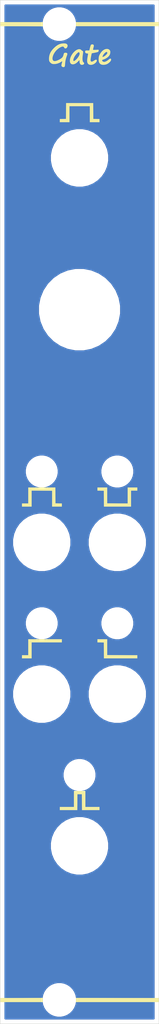
<source format=kicad_pcb>
(kicad_pcb (version 20171130) (host pcbnew "(5.1.10)-1")

  (general
    (thickness 1.6)
    (drawings 4)
    (tracks 0)
    (zones 0)
    (modules 15)
    (nets 1)
  )

  (page A4)
  (layers
    (0 F.Cu signal)
    (31 B.Cu signal)
    (32 B.Adhes user)
    (33 F.Adhes user)
    (34 B.Paste user)
    (35 F.Paste user)
    (36 B.SilkS user)
    (37 F.SilkS user)
    (38 B.Mask user)
    (39 F.Mask user)
    (40 Dwgs.User user hide)
    (41 Cmts.User user)
    (42 Eco1.User user)
    (43 Eco2.User user)
    (44 Edge.Cuts user)
    (45 Margin user)
    (46 B.CrtYd user)
    (47 F.CrtYd user)
    (48 B.Fab user)
    (49 F.Fab user)
  )

  (setup
    (last_trace_width 0.25)
    (trace_clearance 0.2)
    (zone_clearance 0.508)
    (zone_45_only no)
    (trace_min 0.2)
    (via_size 0.8)
    (via_drill 0.4)
    (via_min_size 0.4)
    (via_min_drill 0.3)
    (uvia_size 0.3)
    (uvia_drill 0.1)
    (uvias_allowed no)
    (uvia_min_size 0.2)
    (uvia_min_drill 0.1)
    (edge_width 0.05)
    (segment_width 0.2)
    (pcb_text_width 0.3)
    (pcb_text_size 1.5 1.5)
    (mod_edge_width 0.12)
    (mod_text_size 1 1)
    (mod_text_width 0.15)
    (pad_size 1.524 1.524)
    (pad_drill 0.762)
    (pad_to_mask_clearance 0)
    (aux_axis_origin 0 0)
    (visible_elements 7EFFFFFF)
    (pcbplotparams
      (layerselection 0x010a8_7fffffff)
      (usegerberextensions true)
      (usegerberattributes false)
      (usegerberadvancedattributes true)
      (creategerberjobfile false)
      (excludeedgelayer true)
      (linewidth 0.100000)
      (plotframeref false)
      (viasonmask false)
      (mode 1)
      (useauxorigin false)
      (hpglpennumber 1)
      (hpglpenspeed 20)
      (hpglpendiameter 15.000000)
      (psnegative false)
      (psa4output false)
      (plotreference true)
      (plotvalue true)
      (plotinvisibletext false)
      (padsonsilk false)
      (subtractmaskfromsilk false)
      (outputformat 1)
      (mirror false)
      (drillshape 0)
      (scaleselection 1)
      (outputdirectory "Gerber/"))
  )

  (net 0 "")

  (net_class Default "This is the default net class."
    (clearance 0.2)
    (trace_width 0.25)
    (via_dia 0.8)
    (via_drill 0.4)
    (uvia_dia 0.3)
    (uvia_drill 0.1)
  )

  (module Front:Bohrung_3.0mm locked (layer F.Cu) (tedit 60E3EDE5) (tstamp 61FAFA8C)
    (at 10 97.27)
    (fp_text reference "" (at 0 0) (layer F.SilkS)
      (effects (font (size 1.27 1.27) (thickness 0.15)))
    )
    (fp_text value "" (at 0 0) (layer F.SilkS)
      (effects (font (size 1.27 1.27) (thickness 0.15)))
    )
    (pad "" np_thru_hole circle (at 0 0) (size 3 3) (drill 3) (layers *.Cu *.Mask))
  )

  (module Front:Bohrung_3.0mm locked (layer F.Cu) (tedit 60E3EDE5) (tstamp 61FAFA84)
    (at 14.763 78.22)
    (fp_text reference "" (at 0 0) (layer F.SilkS)
      (effects (font (size 1.27 1.27) (thickness 0.15)))
    )
    (fp_text value "" (at 0 0) (layer F.SilkS)
      (effects (font (size 1.27 1.27) (thickness 0.15)))
    )
    (pad "" np_thru_hole circle (at 0 0) (size 3 3) (drill 3) (layers *.Cu *.Mask))
  )

  (module Front:Bohrung_3.0mm locked (layer F.Cu) (tedit 60E3EDE5) (tstamp 61FAFA7C)
    (at 5.238 78.22)
    (fp_text reference "" (at 0 0) (layer F.SilkS)
      (effects (font (size 1.27 1.27) (thickness 0.15)))
    )
    (fp_text value "" (at 0 0) (layer F.SilkS)
      (effects (font (size 1.27 1.27) (thickness 0.15)))
    )
    (pad "" np_thru_hole circle (at 0 0) (size 3 3) (drill 3) (layers *.Cu *.Mask))
  )

  (module Front:Bohrung_3.0mm locked (layer F.Cu) (tedit 60E3EDE5) (tstamp 61FAFA74)
    (at 14.763 59.17)
    (fp_text reference "" (at 0 0) (layer F.SilkS)
      (effects (font (size 1.27 1.27) (thickness 0.15)))
    )
    (fp_text value "" (at 0 0) (layer F.SilkS)
      (effects (font (size 1.27 1.27) (thickness 0.15)))
    )
    (pad "" np_thru_hole circle (at 0 0) (size 3 3) (drill 3) (layers *.Cu *.Mask))
  )

  (module Front:Bohrung_3.0mm locked (layer F.Cu) (tedit 60E3EDE5) (tstamp 61FAFA72)
    (at 5.238 59.17)
    (fp_text reference "" (at 0 0) (layer F.SilkS)
      (effects (font (size 1.27 1.27) (thickness 0.15)))
    )
    (fp_text value "" (at 0 0) (layer F.SilkS)
      (effects (font (size 1.27 1.27) (thickness 0.15)))
    )
    (pad "" np_thru_hole circle (at 0 0) (size 3 3) (drill 3) (layers *.Cu *.Mask))
  )

  (module Front:Bohrung_9.2mm locked (layer F.Cu) (tedit 60E3EDE5) (tstamp 61FAFA55)
    (at 10 38.85)
    (fp_text reference "" (at 0 0) (layer F.SilkS)
      (effects (font (size 1.27 1.27) (thickness 0.15)))
    )
    (fp_text value "" (at 0 0) (layer F.SilkS)
      (effects (font (size 1.27 1.27) (thickness 0.15)))
    )
    (pad "" np_thru_hole circle (at 0 0) (size 9.2 9.2) (drill 9.2) (layers *.Cu *.Mask))
  )

  (module Front:Bohrung_6.2mm locked (layer F.Cu) (tedit 60E3EDE5) (tstamp 61FAF9D3)
    (at 10 106.16)
    (fp_text reference "" (at 0 0) (layer F.SilkS)
      (effects (font (size 1.27 1.27) (thickness 0.15)))
    )
    (fp_text value "" (at 0 0) (layer F.SilkS)
      (effects (font (size 1.27 1.27) (thickness 0.15)))
    )
    (pad "" np_thru_hole circle (at 0 0) (size 6.2 6.2) (drill 6.2) (layers *.Cu *.Mask))
  )

  (module Front:Bohrung_6.2mm locked (layer F.Cu) (tedit 60E3EDE5) (tstamp 61FAF9CB)
    (at 14.763 87.11)
    (fp_text reference "" (at 0 0) (layer F.SilkS)
      (effects (font (size 1.27 1.27) (thickness 0.15)))
    )
    (fp_text value "" (at 0 0) (layer F.SilkS)
      (effects (font (size 1.27 1.27) (thickness 0.15)))
    )
    (pad "" np_thru_hole circle (at 0 0) (size 6.2 6.2) (drill 6.2) (layers *.Cu *.Mask))
  )

  (module Front:Bohrung_6.2mm locked (layer F.Cu) (tedit 60E3EDE5) (tstamp 61FAF9C3)
    (at 5.238 87.11)
    (fp_text reference "" (at 0 0) (layer F.SilkS)
      (effects (font (size 1.27 1.27) (thickness 0.15)))
    )
    (fp_text value "" (at 0 0) (layer F.SilkS)
      (effects (font (size 1.27 1.27) (thickness 0.15)))
    )
    (pad "" np_thru_hole circle (at 0 0) (size 6.2 6.2) (drill 6.2) (layers *.Cu *.Mask))
  )

  (module Front:Bohrung_6.2mm locked (layer F.Cu) (tedit 60E3EDE5) (tstamp 61FAF9BB)
    (at 14.763 68.06)
    (fp_text reference "" (at 0 0) (layer F.SilkS)
      (effects (font (size 1.27 1.27) (thickness 0.15)))
    )
    (fp_text value "" (at 0 0) (layer F.SilkS)
      (effects (font (size 1.27 1.27) (thickness 0.15)))
    )
    (pad "" np_thru_hole circle (at 0 0) (size 6.2 6.2) (drill 6.2) (layers *.Cu *.Mask))
  )

  (module Front:Bohrung_6.2mm locked (layer F.Cu) (tedit 60E3EDE5) (tstamp 61FAF9B3)
    (at 5.238 68.06)
    (fp_text reference "" (at 0 0) (layer F.SilkS)
      (effects (font (size 1.27 1.27) (thickness 0.15)))
    )
    (fp_text value "" (at 0 0) (layer F.SilkS)
      (effects (font (size 1.27 1.27) (thickness 0.15)))
    )
    (pad "" np_thru_hole circle (at 0 0) (size 6.2 6.2) (drill 6.2) (layers *.Cu *.Mask))
  )

  (module Front:Bohrung_6.2mm locked (layer F.Cu) (tedit 60E3EDE5) (tstamp 61FAF9B1)
    (at 10 19.8)
    (fp_text reference "" (at 0 0) (layer F.SilkS)
      (effects (font (size 1.27 1.27) (thickness 0.15)))
    )
    (fp_text value "" (at 0 0) (layer F.SilkS)
      (effects (font (size 1.27 1.27) (thickness 0.15)))
    )
    (pad "" np_thru_hole circle (at 0 0) (size 6.2 6.2) (drill 6.2) (layers *.Cu *.Mask))
  )

  (module Front:Bohrung_3.2mm locked (layer F.Cu) (tedit 60E3EDE5) (tstamp 61FAF961)
    (at 7.45 125.5)
    (fp_text reference "" (at 0 0) (layer F.SilkS)
      (effects (font (size 1.27 1.27) (thickness 0.15)))
    )
    (fp_text value "" (at 0 0) (layer F.SilkS)
      (effects (font (size 1.27 1.27) (thickness 0.15)))
    )
    (pad "" np_thru_hole circle (at 0 0) (size 3.2 3.2) (drill 3.2) (layers *.Cu *.Mask))
  )

  (module Front:Bohrung_3.2mm locked (layer F.Cu) (tedit 60E3EDE5) (tstamp 61FAF95F)
    (at 7.45 3)
    (fp_text reference "" (at 0 0) (layer F.SilkS)
      (effects (font (size 1.27 1.27) (thickness 0.15)))
    )
    (fp_text value "" (at 0 0) (layer F.SilkS)
      (effects (font (size 1.27 1.27) (thickness 0.15)))
    )
    (pad "" np_thru_hole circle (at 0 0) (size 3.2 3.2) (drill 3.2) (layers *.Cu *.Mask))
  )

  (module Front:Front locked (layer F.Cu) (tedit 0) (tstamp 61FAF8E5)
    (at 10 64.25)
    (fp_text reference G*** (at 0 0) (layer Dwgs.User) hide
      (effects (font (size 1.524 1.524) (thickness 0.3)))
    )
    (fp_text value LOGO (at 0.75 0) (layer Dwgs.User) hide
      (effects (font (size 1.524 1.524) (thickness 0.3)))
    )
    (fp_poly (pts (xy 10.018889 -60.988222) (xy -0.451555 -60.988222) (xy -0.451555 -61.496222) (xy 10.018889 -61.496222)
      (xy 10.018889 -60.988222)) (layer F.SilkS) (width 0.01))
    (fp_poly (pts (xy -4.628444 -61.228111) (xy -4.629129 -61.113867) (xy -4.630972 -61.025383) (xy -4.633651 -60.974497)
      (xy -4.6355 -60.96691) (xy -4.664102 -60.967977) (xy -4.745254 -60.969145) (xy -4.875059 -60.970395)
      (xy -5.049623 -60.971705) (xy -5.265049 -60.973055) (xy -5.517443 -60.974424) (xy -5.802909 -60.975791)
      (xy -6.117553 -60.977136) (xy -6.457478 -60.978439) (xy -6.818789 -60.979677) (xy -7.197591 -60.980831)
      (xy -7.316611 -60.981165) (xy -9.990666 -60.988508) (xy -9.990666 -61.496222) (xy -4.628444 -61.496222)
      (xy -4.628444 -61.228111)) (layer F.SilkS) (width 0.01))
    (fp_poly (pts (xy 3.645964 -58.097029) (xy 3.763096 -58.02056) (xy 3.802181 -57.976808) (xy 3.847605 -57.908415)
      (xy 3.870516 -57.841699) (xy 3.877315 -57.753014) (xy 3.876851 -57.700911) (xy 3.854107 -57.526548)
      (xy 3.790066 -57.369893) (xy 3.679 -57.218962) (xy 3.614207 -57.151717) (xy 3.458434 -57.025272)
      (xy 3.271726 -56.912503) (xy 3.079585 -56.828108) (xy 3.019778 -56.809115) (xy 2.915804 -56.775432)
      (xy 2.858449 -56.743198) (xy 2.838565 -56.705146) (xy 2.842717 -56.668503) (xy 2.888997 -56.591611)
      (xy 2.972591 -56.532205) (xy 3.074615 -56.502511) (xy 3.101195 -56.501164) (xy 3.224444 -56.522378)
      (xy 3.367626 -56.580613) (xy 3.515637 -56.668634) (xy 3.621125 -56.750188) (xy 3.728433 -56.838812)
      (xy 3.806934 -56.891743) (xy 3.866647 -56.91426) (xy 3.917588 -56.911641) (xy 3.923955 -56.909772)
      (xy 3.966 -56.869983) (xy 3.979477 -56.796552) (xy 3.963479 -56.705039) (xy 3.939214 -56.647654)
      (xy 3.86826 -56.54794) (xy 3.76172 -56.43968) (xy 3.635742 -56.336911) (xy 3.50647 -56.253669)
      (xy 3.457781 -56.229131) (xy 3.301492 -56.175871) (xy 3.126985 -56.145377) (xy 2.954199 -56.139239)
      (xy 2.803073 -56.15905) (xy 2.756854 -56.173195) (xy 2.635533 -56.233658) (xy 2.543848 -56.320016)
      (xy 2.473497 -56.430333) (xy 2.438009 -56.534085) (xy 2.416568 -56.675674) (xy 2.409365 -56.83822)
      (xy 2.416596 -57.004842) (xy 2.435749 -57.139636) (xy 2.888762 -57.139636) (xy 2.914018 -57.124141)
      (xy 2.975739 -57.138508) (xy 3.068656 -57.177233) (xy 3.168599 -57.235308) (xy 3.275502 -57.31747)
      (xy 3.375225 -57.410566) (xy 3.453624 -57.501447) (xy 3.495669 -57.574313) (xy 3.509312 -57.645868)
      (xy 3.485034 -57.703864) (xy 3.474699 -57.717296) (xy 3.440164 -57.754831) (xy 3.40729 -57.76338)
      (xy 3.354425 -57.744624) (xy 3.321437 -57.729191) (xy 3.215632 -57.657263) (xy 3.106509 -57.546921)
      (xy 3.006483 -57.413956) (xy 2.927972 -57.274162) (xy 2.893807 -57.185277) (xy 2.888762 -57.139636)
      (xy 2.435749 -57.139636) (xy 2.438453 -57.158659) (xy 2.464065 -57.254051) (xy 2.538012 -57.419598)
      (xy 2.643858 -57.596253) (xy 2.767507 -57.762404) (xy 2.86473 -57.868371) (xy 3.019048 -57.992331)
      (xy 3.182732 -58.078148) (xy 3.34738 -58.124851) (xy 3.504592 -58.131469) (xy 3.645964 -58.097029)) (layer F.SilkS) (width 0.01))
    (fp_poly (pts (xy 1.691603 -58.693463) (xy 1.744807 -58.65969) (xy 1.768911 -58.627962) (xy 1.791381 -58.58927)
      (xy 1.80148 -58.550709) (xy 1.79861 -58.498264) (xy 1.782173 -58.417921) (xy 1.755359 -58.310462)
      (xy 1.727475 -58.197948) (xy 1.706078 -58.104963) (xy 1.694436 -58.046009) (xy 1.693241 -58.034926)
      (xy 1.711742 -58.021042) (xy 1.770585 -58.013626) (xy 1.874928 -58.012421) (xy 2.02993 -58.017173)
      (xy 2.04207 -58.017691) (xy 2.390806 -58.032751) (xy 2.404895 -57.959047) (xy 2.403747 -57.876842)
      (xy 2.386953 -57.821092) (xy 2.364104 -57.789762) (xy 2.324553 -57.762404) (xy 2.260774 -57.73663)
      (xy 2.165243 -57.710054) (xy 2.030437 -57.68029) (xy 1.848829 -57.644952) (xy 1.806783 -57.637108)
      (xy 1.539232 -57.587444) (xy 1.491315 -57.38073) (xy 1.463607 -57.248931) (xy 1.434811 -57.092334)
      (xy 1.410627 -56.942175) (xy 1.408128 -56.92482) (xy 1.392075 -56.802853) (xy 1.386076 -56.722023)
      (xy 1.390794 -56.66781) (xy 1.40689 -56.625695) (xy 1.422982 -56.599125) (xy 1.464801 -56.548564)
      (xy 1.513818 -56.533117) (xy 1.576073 -56.539335) (xy 1.652875 -56.564532) (xy 1.751251 -56.613704)
      (xy 1.84003 -56.669578) (xy 1.968514 -56.747154) (xy 2.069199 -56.779684) (xy 2.140225 -56.76679)
      (xy 2.168396 -56.736095) (xy 2.182508 -56.656564) (xy 2.151961 -56.561489) (xy 2.083238 -56.459213)
      (xy 1.982819 -56.358082) (xy 1.857187 -56.266439) (xy 1.763889 -56.215341) (xy 1.58773 -56.153136)
      (xy 1.413997 -56.133098) (xy 1.255888 -56.155956) (xy 1.18734 -56.183432) (xy 1.08834 -56.252672)
      (xy 1.018106 -56.3477) (xy 0.975767 -56.473373) (xy 0.960453 -56.634545) (xy 0.971294 -56.836071)
      (xy 1.007418 -57.082807) (xy 1.016877 -57.134186) (xy 1.04766 -57.296209) (xy 1.068077 -57.410846)
      (xy 1.077136 -57.486372) (xy 1.073845 -57.531062) (xy 1.05721 -57.55319) (xy 1.026241 -57.561031)
      (xy 0.979944 -57.56286) (xy 0.965412 -57.563366) (xy 0.834236 -57.584431) (xy 0.749642 -57.635756)
      (xy 0.709591 -57.71893) (xy 0.705556 -57.765895) (xy 0.711446 -57.843825) (xy 0.735539 -57.894609)
      (xy 0.787469 -57.92386) (xy 0.876868 -57.937191) (xy 1.004746 -57.940222) (xy 1.236202 -57.940222)
      (xy 1.316601 -58.271635) (xy 1.35269 -58.407894) (xy 1.38948 -58.525418) (xy 1.422711 -58.611697)
      (xy 1.446389 -58.652635) (xy 1.518174 -58.690583) (xy 1.608016 -58.702222) (xy 1.691603 -58.693463)) (layer F.SilkS) (width 0.01))
    (fp_poly (pts (xy 0.129168 -58.067325) (xy 0.207632 -58.010486) (xy 0.223346 -57.9871) (xy 0.274358 -57.933578)
      (xy 0.34766 -57.896124) (xy 0.397773 -57.873526) (xy 0.43014 -57.835214) (xy 0.445828 -57.77295)
      (xy 0.445907 -57.678498) (xy 0.431443 -57.543618) (xy 0.411062 -57.406998) (xy 0.378452 -57.149722)
      (xy 0.366872 -56.92503) (xy 0.375911 -56.737264) (xy 0.405154 -56.590766) (xy 0.45419 -56.489878)
      (xy 0.502291 -56.4475) (xy 0.56603 -56.388559) (xy 0.578827 -56.305919) (xy 0.573038 -56.276703)
      (xy 0.528945 -56.209161) (xy 0.448048 -56.161745) (xy 0.347318 -56.13742) (xy 0.243723 -56.139149)
      (xy 0.154233 -56.169899) (xy 0.119689 -56.1975) (xy 0.047739 -56.302762) (xy 0.009325 -56.434747)
      (xy 0 -56.573281) (xy -0.002508 -56.657734) (xy -0.00897 -56.713444) (xy -0.015077 -56.726666)
      (xy -0.039849 -56.707449) (xy -0.093043 -56.656148) (xy -0.164942 -56.582288) (xy -0.196566 -56.548772)
      (xy -0.382287 -56.378435) (xy -0.568306 -56.26431) (xy -0.755022 -56.206165) (xy -0.797907 -56.200704)
      (xy -0.949662 -56.208142) (xy -1.068466 -56.260989) (xy -1.153276 -56.358093) (xy -1.203047 -56.498301)
      (xy -1.217001 -56.663266) (xy -1.214822 -56.682129) (xy -0.787296 -56.682129) (xy -0.757882 -56.620949)
      (xy -0.707416 -56.608404) (xy -0.629347 -56.638151) (xy -0.529154 -56.706748) (xy -0.412318 -56.810754)
      (xy -0.34358 -56.881128) (xy -0.210915 -57.041102) (xy -0.100372 -57.210094) (xy -0.020874 -57.373095)
      (xy 0.012488 -57.479956) (xy 0.013372 -57.578358) (xy -0.019387 -57.668593) (xy -0.066056 -57.719439)
      (xy -0.118461 -57.72181) (xy -0.193133 -57.683015) (xy -0.283168 -57.610212) (xy -0.381667 -57.51056)
      (xy -0.481727 -57.391217) (xy -0.576448 -57.259342) (xy -0.658929 -57.122093) (xy -0.678799 -57.083858)
      (xy -0.749219 -56.92139) (xy -0.785701 -56.785623) (xy -0.787296 -56.682129) (xy -1.214822 -56.682129)
      (xy -1.192745 -56.873176) (xy -1.127328 -57.089667) (xy -1.02708 -57.304517) (xy -0.898332 -57.509505)
      (xy -0.747415 -57.696411) (xy -0.580659 -57.857012) (xy -0.404395 -57.983089) (xy -0.224954 -58.06642)
      (xy -0.116158 -58.092821) (xy 0.016736 -58.096172) (xy 0.129168 -58.067325)) (layer F.SilkS) (width 0.01))
    (fp_poly (pts (xy -1.853676 -58.821949) (xy -1.732634 -58.803136) (xy -1.642636 -58.765026) (xy -1.571553 -58.703625)
      (xy -1.544088 -58.669481) (xy -1.505132 -58.571266) (xy -1.516036 -58.45391) (xy -1.576073 -58.323313)
      (xy -1.589095 -58.303209) (xy -1.648455 -58.23476) (xy -1.719129 -58.204622) (xy -1.757689 -58.199577)
      (xy -1.828757 -58.199531) (xy -1.874327 -58.223449) (xy -1.91779 -58.284472) (xy -1.922277 -58.292028)
      (xy -1.972475 -58.363288) (xy -2.022446 -58.413688) (xy -2.032907 -58.420485) (xy -2.119805 -58.437315)
      (xy -2.235742 -58.416363) (xy -2.372582 -58.36232) (xy -2.522189 -58.27988) (xy -2.676427 -58.173734)
      (xy -2.827161 -58.048573) (xy -2.966254 -57.90909) (xy -3.012507 -57.855555) (xy -3.15055 -57.669134)
      (xy -3.26089 -57.479941) (xy -3.342421 -57.294198) (xy -3.394041 -57.118124) (xy -3.414644 -56.957942)
      (xy -3.403125 -56.81987) (xy -3.358382 -56.71013) (xy -3.279308 -56.634942) (xy -3.232885 -56.614253)
      (xy -3.116807 -56.601199) (xy -2.966894 -56.624505) (xy -2.790745 -56.682204) (xy -2.595963 -56.772327)
      (xy -2.570978 -56.785615) (xy -2.395779 -56.885286) (xy -2.264624 -56.975068) (xy -2.168744 -57.064987)
      (xy -2.09937 -57.165068) (xy -2.04773 -57.285337) (xy -2.00616 -57.431296) (xy -1.979442 -57.530706)
      (xy -1.954243 -57.589007) (xy -1.921325 -57.620503) (xy -1.871707 -57.63942) (xy -1.779678 -57.651834)
      (xy -1.682069 -57.646275) (xy -1.679908 -57.645879) (xy -1.588568 -57.611784) (xy -1.543381 -57.550078)
      (xy -1.542749 -57.456934) (xy -1.566634 -57.374557) (xy -1.661657 -57.101207) (xy -1.731686 -56.860185)
      (xy -1.780414 -56.635203) (xy -1.811532 -56.409976) (xy -1.825438 -56.232777) (xy -1.837652 -56.07779)
      (xy -1.856555 -55.97076) (xy -1.886854 -55.903236) (xy -1.933257 -55.866766) (xy -2.000472 -55.852897)
      (xy -2.037657 -55.851777) (xy -2.141761 -55.869187) (xy -2.216727 -55.92105) (xy -2.256992 -55.969345)
      (xy -2.278015 -56.022353) (xy -2.280179 -56.092303) (xy -2.263865 -56.191421) (xy -2.229555 -56.331555)
      (xy -2.196776 -56.459922) (xy -2.180466 -56.540485) (xy -2.182201 -56.579883) (xy -2.203556 -56.584757)
      (xy -2.246107 -56.561746) (xy -2.278944 -56.539727) (xy -2.527012 -56.396234) (xy -2.783833 -56.296356)
      (xy -3.040518 -56.242298) (xy -3.288177 -56.236263) (xy -3.424478 -56.255698) (xy -3.529496 -56.299426)
      (xy -3.639447 -56.379144) (xy -3.736858 -56.479035) (xy -3.804262 -56.583281) (xy -3.814661 -56.608988)
      (xy -3.841345 -56.738718) (xy -3.848623 -56.903919) (xy -3.837427 -57.087408) (xy -3.808688 -57.272002)
      (xy -3.770789 -57.418111) (xy -3.683821 -57.636881) (xy -3.564408 -57.844522) (xy -3.405546 -58.05159)
      (xy -3.218528 -58.250666) (xy -2.978769 -58.464575) (xy -2.743327 -58.626032) (xy -2.505948 -58.738031)
      (xy -2.26038 -58.803566) (xy -2.017889 -58.825457) (xy -1.853676 -58.821949)) (layer F.SilkS) (width 0.01))
    (fp_poly (pts (xy 1.72825 -50.341389) (xy 1.735667 -49.346555) (xy 2.123722 -49.338703) (xy 2.511778 -49.330851)
      (xy 2.511778 -48.937333) (xy 1.298222 -48.937333) (xy 1.298222 -50.941111) (xy -1.27 -50.941111)
      (xy -1.27 -48.937333) (xy -2.483555 -48.937333) (xy -2.483555 -49.330851) (xy -2.0955 -49.338703)
      (xy -1.707444 -49.346555) (xy -1.700028 -50.341389) (xy -1.692611 -51.336222) (xy 1.720834 -51.336222)
      (xy 1.72825 -50.341389)) (layer F.SilkS) (width 0.01))
    (fp_poly (pts (xy 3.485445 -1.086555) (xy 4.776611 -1.079215) (xy 6.067778 -1.071875) (xy 6.067778 -3.076222)
      (xy 7.281334 -3.076222) (xy 7.281334 -2.681111) (xy 6.491111 -2.681111) (xy 6.491111 -0.677333)
      (xy 3.076944 -0.677333) (xy 3.069528 -1.672166) (xy 3.062111 -2.667) (xy 2.659945 -2.67483)
      (xy 2.257778 -2.682661) (xy 2.257778 -3.076222) (xy 2.871611 -3.076228) (xy 3.485445 -3.076235)
      (xy 3.485445 -1.086555)) (layer F.SilkS) (width 0.01))
    (fp_poly (pts (xy -3.041305 -2.081389) (xy -3.033889 -1.086555) (xy -2.631722 -1.078725) (xy -2.229555 -1.070894)
      (xy -2.229555 -0.677333) (xy -2.843389 -0.677327) (xy -3.457222 -0.67732) (xy -3.457222 -2.667)
      (xy -4.748389 -2.67434) (xy -6.039555 -2.68168) (xy -6.039555 -0.677333) (xy -7.253111 -0.677333)
      (xy -7.253111 -1.072444) (xy -6.462889 -1.072444) (xy -6.462889 -3.076222) (xy -3.048722 -3.076222)
      (xy -3.041305 -2.081389)) (layer F.SilkS) (width 0.01))
    (fp_poly (pts (xy 3.485445 17.963445) (xy 5.383389 17.970699) (xy 7.281334 17.977953) (xy 7.281334 18.372667)
      (xy 3.076944 18.372667) (xy 3.069528 17.377834) (xy 3.062111 16.383) (xy 2.659945 16.37517)
      (xy 2.257778 16.367339) (xy 2.257778 15.973778) (xy 2.871611 15.973772) (xy 3.485445 15.973765)
      (xy 3.485445 17.963445)) (layer F.SilkS) (width 0.01))
    (fp_poly (pts (xy -2.229555 16.368889) (xy -6.039555 16.368889) (xy -6.039555 18.372667) (xy -7.253111 18.372667)
      (xy -7.253111 17.977556) (xy -6.462889 17.977556) (xy -6.462889 15.973778) (xy -2.229555 15.973778)
      (xy -2.229555 16.368889)) (layer F.SilkS) (width 0.01))
    (fp_poly (pts (xy 0.733778 37.027556) (xy 2.511778 37.027556) (xy 2.511778 37.422667) (xy 0.310445 37.422667)
      (xy 0.30989 37.345056) (xy 0.309559 37.29855) (xy 0.308881 37.202997) (xy 0.307907 37.065793)
      (xy 0.306692 36.894333) (xy 0.305285 36.696015) (xy 0.303742 36.478233) (xy 0.302834 36.350223)
      (xy 0.296334 35.433) (xy -0.268111 35.433) (xy -0.275528 36.427834) (xy -0.282944 37.422667)
      (xy -2.483555 37.422667) (xy -2.483555 37.027556) (xy -0.705555 37.027556) (xy -0.705555 35.023778)
      (xy 0.733778 35.023778) (xy 0.733778 37.027556)) (layer F.SilkS) (width 0.01))
    (fp_poly (pts (xy 4.783666 61.009537) (xy 10.018889 61.016741) (xy 10.018889 61.524445) (xy -0.451555 61.524445)
      (xy -0.451556 61.263389) (xy -0.451557 61.002334) (xy 4.783666 61.009537)) (layer F.SilkS) (width 0.01))
    (fp_poly (pts (xy -4.628442 61.263389) (xy -4.628444 61.524445) (xy -9.990666 61.524445) (xy -9.990666 61.01701)
      (xy -4.62844 61.002334) (xy -4.628442 61.263389)) (layer F.SilkS) (width 0.01))
  )

  (gr_line (start 0 128.5) (end 0 0) (layer Edge.Cuts) (width 0.05) (tstamp 61FAF80A))
  (gr_line (start 20 128.5) (end 0 128.5) (layer Edge.Cuts) (width 0.05))
  (gr_line (start 20 0) (end 20 128.5) (layer Edge.Cuts) (width 0.05))
  (gr_line (start 0 0) (end 20 0) (layer Edge.Cuts) (width 0.05))

  (zone (net 0) (net_name "") (layer F.Cu) (tstamp 0) (hatch edge 0.508)
    (connect_pads (clearance 0.508))
    (min_thickness 0.254)
    (fill yes (arc_segments 32) (thermal_gap 0.508) (thermal_bridge_width 0.508))
    (polygon
      (pts
        (xy 20 128.5) (xy 0 128.5) (xy 0 0) (xy 20 0)
      )
    )
    (filled_polygon
      (pts
        (xy 19.340001 127.84) (xy 0.66 127.84) (xy 0.66 125.279872) (xy 5.215 125.279872) (xy 5.215 125.720128)
        (xy 5.30089 126.151925) (xy 5.469369 126.558669) (xy 5.713962 126.924729) (xy 6.025271 127.236038) (xy 6.391331 127.480631)
        (xy 6.798075 127.64911) (xy 7.229872 127.735) (xy 7.670128 127.735) (xy 8.101925 127.64911) (xy 8.508669 127.480631)
        (xy 8.874729 127.236038) (xy 9.186038 126.924729) (xy 9.430631 126.558669) (xy 9.59911 126.151925) (xy 9.685 125.720128)
        (xy 9.685 125.279872) (xy 9.59911 124.848075) (xy 9.430631 124.441331) (xy 9.186038 124.075271) (xy 8.874729 123.763962)
        (xy 8.508669 123.519369) (xy 8.101925 123.35089) (xy 7.670128 123.265) (xy 7.229872 123.265) (xy 6.798075 123.35089)
        (xy 6.391331 123.519369) (xy 6.025271 123.763962) (xy 5.713962 124.075271) (xy 5.469369 124.441331) (xy 5.30089 124.848075)
        (xy 5.215 125.279872) (xy 0.66 125.279872) (xy 0.66 105.792135) (xy 6.265 105.792135) (xy 6.265 106.527865)
        (xy 6.408534 107.249459) (xy 6.690086 107.929186) (xy 7.098836 108.540924) (xy 7.619076 109.061164) (xy 8.230814 109.469914)
        (xy 8.910541 109.751466) (xy 9.632135 109.895) (xy 10.367865 109.895) (xy 11.089459 109.751466) (xy 11.769186 109.469914)
        (xy 12.380924 109.061164) (xy 12.901164 108.540924) (xy 13.309914 107.929186) (xy 13.591466 107.249459) (xy 13.735 106.527865)
        (xy 13.735 105.792135) (xy 13.591466 105.070541) (xy 13.309914 104.390814) (xy 12.901164 103.779076) (xy 12.380924 103.258836)
        (xy 11.769186 102.850086) (xy 11.089459 102.568534) (xy 10.367865 102.425) (xy 9.632135 102.425) (xy 8.910541 102.568534)
        (xy 8.230814 102.850086) (xy 7.619076 103.258836) (xy 7.098836 103.779076) (xy 6.690086 104.390814) (xy 6.408534 105.070541)
        (xy 6.265 105.792135) (xy 0.66 105.792135) (xy 0.66 97.059721) (xy 7.865 97.059721) (xy 7.865 97.480279)
        (xy 7.947047 97.892756) (xy 8.107988 98.281302) (xy 8.341637 98.630983) (xy 8.639017 98.928363) (xy 8.988698 99.162012)
        (xy 9.377244 99.322953) (xy 9.789721 99.405) (xy 10.210279 99.405) (xy 10.622756 99.322953) (xy 11.011302 99.162012)
        (xy 11.360983 98.928363) (xy 11.658363 98.630983) (xy 11.892012 98.281302) (xy 12.052953 97.892756) (xy 12.135 97.480279)
        (xy 12.135 97.059721) (xy 12.052953 96.647244) (xy 11.892012 96.258698) (xy 11.658363 95.909017) (xy 11.360983 95.611637)
        (xy 11.011302 95.377988) (xy 10.622756 95.217047) (xy 10.210279 95.135) (xy 9.789721 95.135) (xy 9.377244 95.217047)
        (xy 8.988698 95.377988) (xy 8.639017 95.611637) (xy 8.341637 95.909017) (xy 8.107988 96.258698) (xy 7.947047 96.647244)
        (xy 7.865 97.059721) (xy 0.66 97.059721) (xy 0.66 86.742135) (xy 1.503 86.742135) (xy 1.503 87.477865)
        (xy 1.646534 88.199459) (xy 1.928086 88.879186) (xy 2.336836 89.490924) (xy 2.857076 90.011164) (xy 3.468814 90.419914)
        (xy 4.148541 90.701466) (xy 4.870135 90.845) (xy 5.605865 90.845) (xy 6.327459 90.701466) (xy 7.007186 90.419914)
        (xy 7.618924 90.011164) (xy 8.139164 89.490924) (xy 8.547914 88.879186) (xy 8.829466 88.199459) (xy 8.973 87.477865)
        (xy 8.973 86.742135) (xy 11.028 86.742135) (xy 11.028 87.477865) (xy 11.171534 88.199459) (xy 11.453086 88.879186)
        (xy 11.861836 89.490924) (xy 12.382076 90.011164) (xy 12.993814 90.419914) (xy 13.673541 90.701466) (xy 14.395135 90.845)
        (xy 15.130865 90.845) (xy 15.852459 90.701466) (xy 16.532186 90.419914) (xy 17.143924 90.011164) (xy 17.664164 89.490924)
        (xy 18.072914 88.879186) (xy 18.354466 88.199459) (xy 18.498 87.477865) (xy 18.498 86.742135) (xy 18.354466 86.020541)
        (xy 18.072914 85.340814) (xy 17.664164 84.729076) (xy 17.143924 84.208836) (xy 16.532186 83.800086) (xy 15.852459 83.518534)
        (xy 15.130865 83.375) (xy 14.395135 83.375) (xy 13.673541 83.518534) (xy 12.993814 83.800086) (xy 12.382076 84.208836)
        (xy 11.861836 84.729076) (xy 11.453086 85.340814) (xy 11.171534 86.020541) (xy 11.028 86.742135) (xy 8.973 86.742135)
        (xy 8.829466 86.020541) (xy 8.547914 85.340814) (xy 8.139164 84.729076) (xy 7.618924 84.208836) (xy 7.007186 83.800086)
        (xy 6.327459 83.518534) (xy 5.605865 83.375) (xy 4.870135 83.375) (xy 4.148541 83.518534) (xy 3.468814 83.800086)
        (xy 2.857076 84.208836) (xy 2.336836 84.729076) (xy 1.928086 85.340814) (xy 1.646534 86.020541) (xy 1.503 86.742135)
        (xy 0.66 86.742135) (xy 0.66 78.009721) (xy 3.103 78.009721) (xy 3.103 78.430279) (xy 3.185047 78.842756)
        (xy 3.345988 79.231302) (xy 3.579637 79.580983) (xy 3.877017 79.878363) (xy 4.226698 80.112012) (xy 4.615244 80.272953)
        (xy 5.027721 80.355) (xy 5.448279 80.355) (xy 5.860756 80.272953) (xy 6.249302 80.112012) (xy 6.598983 79.878363)
        (xy 6.896363 79.580983) (xy 7.130012 79.231302) (xy 7.290953 78.842756) (xy 7.373 78.430279) (xy 7.373 78.009721)
        (xy 12.628 78.009721) (xy 12.628 78.430279) (xy 12.710047 78.842756) (xy 12.870988 79.231302) (xy 13.104637 79.580983)
        (xy 13.402017 79.878363) (xy 13.751698 80.112012) (xy 14.140244 80.272953) (xy 14.552721 80.355) (xy 14.973279 80.355)
        (xy 15.385756 80.272953) (xy 15.774302 80.112012) (xy 16.123983 79.878363) (xy 16.421363 79.580983) (xy 16.655012 79.231302)
        (xy 16.815953 78.842756) (xy 16.898 78.430279) (xy 16.898 78.009721) (xy 16.815953 77.597244) (xy 16.655012 77.208698)
        (xy 16.421363 76.859017) (xy 16.123983 76.561637) (xy 15.774302 76.327988) (xy 15.385756 76.167047) (xy 14.973279 76.085)
        (xy 14.552721 76.085) (xy 14.140244 76.167047) (xy 13.751698 76.327988) (xy 13.402017 76.561637) (xy 13.104637 76.859017)
        (xy 12.870988 77.208698) (xy 12.710047 77.597244) (xy 12.628 78.009721) (xy 7.373 78.009721) (xy 7.290953 77.597244)
        (xy 7.130012 77.208698) (xy 6.896363 76.859017) (xy 6.598983 76.561637) (xy 6.249302 76.327988) (xy 5.860756 76.167047)
        (xy 5.448279 76.085) (xy 5.027721 76.085) (xy 4.615244 76.167047) (xy 4.226698 76.327988) (xy 3.877017 76.561637)
        (xy 3.579637 76.859017) (xy 3.345988 77.208698) (xy 3.185047 77.597244) (xy 3.103 78.009721) (xy 0.66 78.009721)
        (xy 0.66 67.692135) (xy 1.503 67.692135) (xy 1.503 68.427865) (xy 1.646534 69.149459) (xy 1.928086 69.829186)
        (xy 2.336836 70.440924) (xy 2.857076 70.961164) (xy 3.468814 71.369914) (xy 4.148541 71.651466) (xy 4.870135 71.795)
        (xy 5.605865 71.795) (xy 6.327459 71.651466) (xy 7.007186 71.369914) (xy 7.618924 70.961164) (xy 8.139164 70.440924)
        (xy 8.547914 69.829186) (xy 8.829466 69.149459) (xy 8.973 68.427865) (xy 8.973 67.692135) (xy 11.028 67.692135)
        (xy 11.028 68.427865) (xy 11.171534 69.149459) (xy 11.453086 69.829186) (xy 11.861836 70.440924) (xy 12.382076 70.961164)
        (xy 12.993814 71.369914) (xy 13.673541 71.651466) (xy 14.395135 71.795) (xy 15.130865 71.795) (xy 15.852459 71.651466)
        (xy 16.532186 71.369914) (xy 17.143924 70.961164) (xy 17.664164 70.440924) (xy 18.072914 69.829186) (xy 18.354466 69.149459)
        (xy 18.498 68.427865) (xy 18.498 67.692135) (xy 18.354466 66.970541) (xy 18.072914 66.290814) (xy 17.664164 65.679076)
        (xy 17.143924 65.158836) (xy 16.532186 64.750086) (xy 15.852459 64.468534) (xy 15.130865 64.325) (xy 14.395135 64.325)
        (xy 13.673541 64.468534) (xy 12.993814 64.750086) (xy 12.382076 65.158836) (xy 11.861836 65.679076) (xy 11.453086 66.290814)
        (xy 11.171534 66.970541) (xy 11.028 67.692135) (xy 8.973 67.692135) (xy 8.829466 66.970541) (xy 8.547914 66.290814)
        (xy 8.139164 65.679076) (xy 7.618924 65.158836) (xy 7.007186 64.750086) (xy 6.327459 64.468534) (xy 5.605865 64.325)
        (xy 4.870135 64.325) (xy 4.148541 64.468534) (xy 3.468814 64.750086) (xy 2.857076 65.158836) (xy 2.336836 65.679076)
        (xy 1.928086 66.290814) (xy 1.646534 66.970541) (xy 1.503 67.692135) (xy 0.66 67.692135) (xy 0.66 58.959721)
        (xy 3.103 58.959721) (xy 3.103 59.380279) (xy 3.185047 59.792756) (xy 3.345988 60.181302) (xy 3.579637 60.530983)
        (xy 3.877017 60.828363) (xy 4.226698 61.062012) (xy 4.615244 61.222953) (xy 5.027721 61.305) (xy 5.448279 61.305)
        (xy 5.860756 61.222953) (xy 6.249302 61.062012) (xy 6.598983 60.828363) (xy 6.896363 60.530983) (xy 7.130012 60.181302)
        (xy 7.290953 59.792756) (xy 7.373 59.380279) (xy 7.373 58.959721) (xy 12.628 58.959721) (xy 12.628 59.380279)
        (xy 12.710047 59.792756) (xy 12.870988 60.181302) (xy 13.104637 60.530983) (xy 13.402017 60.828363) (xy 13.751698 61.062012)
        (xy 14.140244 61.222953) (xy 14.552721 61.305) (xy 14.973279 61.305) (xy 15.385756 61.222953) (xy 15.774302 61.062012)
        (xy 16.123983 60.828363) (xy 16.421363 60.530983) (xy 16.655012 60.181302) (xy 16.815953 59.792756) (xy 16.898 59.380279)
        (xy 16.898 58.959721) (xy 16.815953 58.547244) (xy 16.655012 58.158698) (xy 16.421363 57.809017) (xy 16.123983 57.511637)
        (xy 15.774302 57.277988) (xy 15.385756 57.117047) (xy 14.973279 57.035) (xy 14.552721 57.035) (xy 14.140244 57.117047)
        (xy 13.751698 57.277988) (xy 13.402017 57.511637) (xy 13.104637 57.809017) (xy 12.870988 58.158698) (xy 12.710047 58.547244)
        (xy 12.628 58.959721) (xy 7.373 58.959721) (xy 7.290953 58.547244) (xy 7.130012 58.158698) (xy 6.896363 57.809017)
        (xy 6.598983 57.511637) (xy 6.249302 57.277988) (xy 5.860756 57.117047) (xy 5.448279 57.035) (xy 5.027721 57.035)
        (xy 4.615244 57.117047) (xy 4.226698 57.277988) (xy 3.877017 57.511637) (xy 3.579637 57.809017) (xy 3.345988 58.158698)
        (xy 3.185047 58.547244) (xy 3.103 58.959721) (xy 0.66 58.959721) (xy 0.66 38.334397) (xy 4.765 38.334397)
        (xy 4.765 39.365603) (xy 4.966178 40.376993) (xy 5.360803 41.329702) (xy 5.93371 42.187118) (xy 6.662882 42.91629)
        (xy 7.520298 43.489197) (xy 8.473007 43.883822) (xy 9.484397 44.085) (xy 10.515603 44.085) (xy 11.526993 43.883822)
        (xy 12.479702 43.489197) (xy 13.337118 42.91629) (xy 14.06629 42.187118) (xy 14.639197 41.329702) (xy 15.033822 40.376993)
        (xy 15.235 39.365603) (xy 15.235 38.334397) (xy 15.033822 37.323007) (xy 14.639197 36.370298) (xy 14.06629 35.512882)
        (xy 13.337118 34.78371) (xy 12.479702 34.210803) (xy 11.526993 33.816178) (xy 10.515603 33.615) (xy 9.484397 33.615)
        (xy 8.473007 33.816178) (xy 7.520298 34.210803) (xy 6.662882 34.78371) (xy 5.93371 35.512882) (xy 5.360803 36.370298)
        (xy 4.966178 37.323007) (xy 4.765 38.334397) (xy 0.66 38.334397) (xy 0.66 19.432135) (xy 6.265 19.432135)
        (xy 6.265 20.167865) (xy 6.408534 20.889459) (xy 6.690086 21.569186) (xy 7.098836 22.180924) (xy 7.619076 22.701164)
        (xy 8.230814 23.109914) (xy 8.910541 23.391466) (xy 9.632135 23.535) (xy 10.367865 23.535) (xy 11.089459 23.391466)
        (xy 11.769186 23.109914) (xy 12.380924 22.701164) (xy 12.901164 22.180924) (xy 13.309914 21.569186) (xy 13.591466 20.889459)
        (xy 13.735 20.167865) (xy 13.735 19.432135) (xy 13.591466 18.710541) (xy 13.309914 18.030814) (xy 12.901164 17.419076)
        (xy 12.380924 16.898836) (xy 11.769186 16.490086) (xy 11.089459 16.208534) (xy 10.367865 16.065) (xy 9.632135 16.065)
        (xy 8.910541 16.208534) (xy 8.230814 16.490086) (xy 7.619076 16.898836) (xy 7.098836 17.419076) (xy 6.690086 18.030814)
        (xy 6.408534 18.710541) (xy 6.265 19.432135) (xy 0.66 19.432135) (xy 0.66 2.779872) (xy 5.215 2.779872)
        (xy 5.215 3.220128) (xy 5.30089 3.651925) (xy 5.469369 4.058669) (xy 5.713962 4.424729) (xy 6.025271 4.736038)
        (xy 6.391331 4.980631) (xy 6.798075 5.14911) (xy 7.229872 5.235) (xy 7.670128 5.235) (xy 8.101925 5.14911)
        (xy 8.508669 4.980631) (xy 8.874729 4.736038) (xy 9.186038 4.424729) (xy 9.430631 4.058669) (xy 9.59911 3.651925)
        (xy 9.685 3.220128) (xy 9.685 2.779872) (xy 9.59911 2.348075) (xy 9.430631 1.941331) (xy 9.186038 1.575271)
        (xy 8.874729 1.263962) (xy 8.508669 1.019369) (xy 8.101925 0.85089) (xy 7.670128 0.765) (xy 7.229872 0.765)
        (xy 6.798075 0.85089) (xy 6.391331 1.019369) (xy 6.025271 1.263962) (xy 5.713962 1.575271) (xy 5.469369 1.941331)
        (xy 5.30089 2.348075) (xy 5.215 2.779872) (xy 0.66 2.779872) (xy 0.66 0.66) (xy 19.34 0.66)
      )
    )
  )
  (zone (net 0) (net_name "") (layer B.Cu) (tstamp 0) (hatch edge 0.508)
    (connect_pads (clearance 0.508))
    (min_thickness 0.254)
    (fill yes (arc_segments 32) (thermal_gap 0.508) (thermal_bridge_width 0.508))
    (polygon
      (pts
        (xy 20 128.5) (xy 0 128.5) (xy 0 0) (xy 20 0)
      )
    )
    (filled_polygon
      (pts
        (xy 19.340001 127.84) (xy 0.66 127.84) (xy 0.66 125.279872) (xy 5.215 125.279872) (xy 5.215 125.720128)
        (xy 5.30089 126.151925) (xy 5.469369 126.558669) (xy 5.713962 126.924729) (xy 6.025271 127.236038) (xy 6.391331 127.480631)
        (xy 6.798075 127.64911) (xy 7.229872 127.735) (xy 7.670128 127.735) (xy 8.101925 127.64911) (xy 8.508669 127.480631)
        (xy 8.874729 127.236038) (xy 9.186038 126.924729) (xy 9.430631 126.558669) (xy 9.59911 126.151925) (xy 9.685 125.720128)
        (xy 9.685 125.279872) (xy 9.59911 124.848075) (xy 9.430631 124.441331) (xy 9.186038 124.075271) (xy 8.874729 123.763962)
        (xy 8.508669 123.519369) (xy 8.101925 123.35089) (xy 7.670128 123.265) (xy 7.229872 123.265) (xy 6.798075 123.35089)
        (xy 6.391331 123.519369) (xy 6.025271 123.763962) (xy 5.713962 124.075271) (xy 5.469369 124.441331) (xy 5.30089 124.848075)
        (xy 5.215 125.279872) (xy 0.66 125.279872) (xy 0.66 105.792135) (xy 6.265 105.792135) (xy 6.265 106.527865)
        (xy 6.408534 107.249459) (xy 6.690086 107.929186) (xy 7.098836 108.540924) (xy 7.619076 109.061164) (xy 8.230814 109.469914)
        (xy 8.910541 109.751466) (xy 9.632135 109.895) (xy 10.367865 109.895) (xy 11.089459 109.751466) (xy 11.769186 109.469914)
        (xy 12.380924 109.061164) (xy 12.901164 108.540924) (xy 13.309914 107.929186) (xy 13.591466 107.249459) (xy 13.735 106.527865)
        (xy 13.735 105.792135) (xy 13.591466 105.070541) (xy 13.309914 104.390814) (xy 12.901164 103.779076) (xy 12.380924 103.258836)
        (xy 11.769186 102.850086) (xy 11.089459 102.568534) (xy 10.367865 102.425) (xy 9.632135 102.425) (xy 8.910541 102.568534)
        (xy 8.230814 102.850086) (xy 7.619076 103.258836) (xy 7.098836 103.779076) (xy 6.690086 104.390814) (xy 6.408534 105.070541)
        (xy 6.265 105.792135) (xy 0.66 105.792135) (xy 0.66 97.059721) (xy 7.865 97.059721) (xy 7.865 97.480279)
        (xy 7.947047 97.892756) (xy 8.107988 98.281302) (xy 8.341637 98.630983) (xy 8.639017 98.928363) (xy 8.988698 99.162012)
        (xy 9.377244 99.322953) (xy 9.789721 99.405) (xy 10.210279 99.405) (xy 10.622756 99.322953) (xy 11.011302 99.162012)
        (xy 11.360983 98.928363) (xy 11.658363 98.630983) (xy 11.892012 98.281302) (xy 12.052953 97.892756) (xy 12.135 97.480279)
        (xy 12.135 97.059721) (xy 12.052953 96.647244) (xy 11.892012 96.258698) (xy 11.658363 95.909017) (xy 11.360983 95.611637)
        (xy 11.011302 95.377988) (xy 10.622756 95.217047) (xy 10.210279 95.135) (xy 9.789721 95.135) (xy 9.377244 95.217047)
        (xy 8.988698 95.377988) (xy 8.639017 95.611637) (xy 8.341637 95.909017) (xy 8.107988 96.258698) (xy 7.947047 96.647244)
        (xy 7.865 97.059721) (xy 0.66 97.059721) (xy 0.66 86.742135) (xy 1.503 86.742135) (xy 1.503 87.477865)
        (xy 1.646534 88.199459) (xy 1.928086 88.879186) (xy 2.336836 89.490924) (xy 2.857076 90.011164) (xy 3.468814 90.419914)
        (xy 4.148541 90.701466) (xy 4.870135 90.845) (xy 5.605865 90.845) (xy 6.327459 90.701466) (xy 7.007186 90.419914)
        (xy 7.618924 90.011164) (xy 8.139164 89.490924) (xy 8.547914 88.879186) (xy 8.829466 88.199459) (xy 8.973 87.477865)
        (xy 8.973 86.742135) (xy 11.028 86.742135) (xy 11.028 87.477865) (xy 11.171534 88.199459) (xy 11.453086 88.879186)
        (xy 11.861836 89.490924) (xy 12.382076 90.011164) (xy 12.993814 90.419914) (xy 13.673541 90.701466) (xy 14.395135 90.845)
        (xy 15.130865 90.845) (xy 15.852459 90.701466) (xy 16.532186 90.419914) (xy 17.143924 90.011164) (xy 17.664164 89.490924)
        (xy 18.072914 88.879186) (xy 18.354466 88.199459) (xy 18.498 87.477865) (xy 18.498 86.742135) (xy 18.354466 86.020541)
        (xy 18.072914 85.340814) (xy 17.664164 84.729076) (xy 17.143924 84.208836) (xy 16.532186 83.800086) (xy 15.852459 83.518534)
        (xy 15.130865 83.375) (xy 14.395135 83.375) (xy 13.673541 83.518534) (xy 12.993814 83.800086) (xy 12.382076 84.208836)
        (xy 11.861836 84.729076) (xy 11.453086 85.340814) (xy 11.171534 86.020541) (xy 11.028 86.742135) (xy 8.973 86.742135)
        (xy 8.829466 86.020541) (xy 8.547914 85.340814) (xy 8.139164 84.729076) (xy 7.618924 84.208836) (xy 7.007186 83.800086)
        (xy 6.327459 83.518534) (xy 5.605865 83.375) (xy 4.870135 83.375) (xy 4.148541 83.518534) (xy 3.468814 83.800086)
        (xy 2.857076 84.208836) (xy 2.336836 84.729076) (xy 1.928086 85.340814) (xy 1.646534 86.020541) (xy 1.503 86.742135)
        (xy 0.66 86.742135) (xy 0.66 78.009721) (xy 3.103 78.009721) (xy 3.103 78.430279) (xy 3.185047 78.842756)
        (xy 3.345988 79.231302) (xy 3.579637 79.580983) (xy 3.877017 79.878363) (xy 4.226698 80.112012) (xy 4.615244 80.272953)
        (xy 5.027721 80.355) (xy 5.448279 80.355) (xy 5.860756 80.272953) (xy 6.249302 80.112012) (xy 6.598983 79.878363)
        (xy 6.896363 79.580983) (xy 7.130012 79.231302) (xy 7.290953 78.842756) (xy 7.373 78.430279) (xy 7.373 78.009721)
        (xy 12.628 78.009721) (xy 12.628 78.430279) (xy 12.710047 78.842756) (xy 12.870988 79.231302) (xy 13.104637 79.580983)
        (xy 13.402017 79.878363) (xy 13.751698 80.112012) (xy 14.140244 80.272953) (xy 14.552721 80.355) (xy 14.973279 80.355)
        (xy 15.385756 80.272953) (xy 15.774302 80.112012) (xy 16.123983 79.878363) (xy 16.421363 79.580983) (xy 16.655012 79.231302)
        (xy 16.815953 78.842756) (xy 16.898 78.430279) (xy 16.898 78.009721) (xy 16.815953 77.597244) (xy 16.655012 77.208698)
        (xy 16.421363 76.859017) (xy 16.123983 76.561637) (xy 15.774302 76.327988) (xy 15.385756 76.167047) (xy 14.973279 76.085)
        (xy 14.552721 76.085) (xy 14.140244 76.167047) (xy 13.751698 76.327988) (xy 13.402017 76.561637) (xy 13.104637 76.859017)
        (xy 12.870988 77.208698) (xy 12.710047 77.597244) (xy 12.628 78.009721) (xy 7.373 78.009721) (xy 7.290953 77.597244)
        (xy 7.130012 77.208698) (xy 6.896363 76.859017) (xy 6.598983 76.561637) (xy 6.249302 76.327988) (xy 5.860756 76.167047)
        (xy 5.448279 76.085) (xy 5.027721 76.085) (xy 4.615244 76.167047) (xy 4.226698 76.327988) (xy 3.877017 76.561637)
        (xy 3.579637 76.859017) (xy 3.345988 77.208698) (xy 3.185047 77.597244) (xy 3.103 78.009721) (xy 0.66 78.009721)
        (xy 0.66 67.692135) (xy 1.503 67.692135) (xy 1.503 68.427865) (xy 1.646534 69.149459) (xy 1.928086 69.829186)
        (xy 2.336836 70.440924) (xy 2.857076 70.961164) (xy 3.468814 71.369914) (xy 4.148541 71.651466) (xy 4.870135 71.795)
        (xy 5.605865 71.795) (xy 6.327459 71.651466) (xy 7.007186 71.369914) (xy 7.618924 70.961164) (xy 8.139164 70.440924)
        (xy 8.547914 69.829186) (xy 8.829466 69.149459) (xy 8.973 68.427865) (xy 8.973 67.692135) (xy 11.028 67.692135)
        (xy 11.028 68.427865) (xy 11.171534 69.149459) (xy 11.453086 69.829186) (xy 11.861836 70.440924) (xy 12.382076 70.961164)
        (xy 12.993814 71.369914) (xy 13.673541 71.651466) (xy 14.395135 71.795) (xy 15.130865 71.795) (xy 15.852459 71.651466)
        (xy 16.532186 71.369914) (xy 17.143924 70.961164) (xy 17.664164 70.440924) (xy 18.072914 69.829186) (xy 18.354466 69.149459)
        (xy 18.498 68.427865) (xy 18.498 67.692135) (xy 18.354466 66.970541) (xy 18.072914 66.290814) (xy 17.664164 65.679076)
        (xy 17.143924 65.158836) (xy 16.532186 64.750086) (xy 15.852459 64.468534) (xy 15.130865 64.325) (xy 14.395135 64.325)
        (xy 13.673541 64.468534) (xy 12.993814 64.750086) (xy 12.382076 65.158836) (xy 11.861836 65.679076) (xy 11.453086 66.290814)
        (xy 11.171534 66.970541) (xy 11.028 67.692135) (xy 8.973 67.692135) (xy 8.829466 66.970541) (xy 8.547914 66.290814)
        (xy 8.139164 65.679076) (xy 7.618924 65.158836) (xy 7.007186 64.750086) (xy 6.327459 64.468534) (xy 5.605865 64.325)
        (xy 4.870135 64.325) (xy 4.148541 64.468534) (xy 3.468814 64.750086) (xy 2.857076 65.158836) (xy 2.336836 65.679076)
        (xy 1.928086 66.290814) (xy 1.646534 66.970541) (xy 1.503 67.692135) (xy 0.66 67.692135) (xy 0.66 58.959721)
        (xy 3.103 58.959721) (xy 3.103 59.380279) (xy 3.185047 59.792756) (xy 3.345988 60.181302) (xy 3.579637 60.530983)
        (xy 3.877017 60.828363) (xy 4.226698 61.062012) (xy 4.615244 61.222953) (xy 5.027721 61.305) (xy 5.448279 61.305)
        (xy 5.860756 61.222953) (xy 6.249302 61.062012) (xy 6.598983 60.828363) (xy 6.896363 60.530983) (xy 7.130012 60.181302)
        (xy 7.290953 59.792756) (xy 7.373 59.380279) (xy 7.373 58.959721) (xy 12.628 58.959721) (xy 12.628 59.380279)
        (xy 12.710047 59.792756) (xy 12.870988 60.181302) (xy 13.104637 60.530983) (xy 13.402017 60.828363) (xy 13.751698 61.062012)
        (xy 14.140244 61.222953) (xy 14.552721 61.305) (xy 14.973279 61.305) (xy 15.385756 61.222953) (xy 15.774302 61.062012)
        (xy 16.123983 60.828363) (xy 16.421363 60.530983) (xy 16.655012 60.181302) (xy 16.815953 59.792756) (xy 16.898 59.380279)
        (xy 16.898 58.959721) (xy 16.815953 58.547244) (xy 16.655012 58.158698) (xy 16.421363 57.809017) (xy 16.123983 57.511637)
        (xy 15.774302 57.277988) (xy 15.385756 57.117047) (xy 14.973279 57.035) (xy 14.552721 57.035) (xy 14.140244 57.117047)
        (xy 13.751698 57.277988) (xy 13.402017 57.511637) (xy 13.104637 57.809017) (xy 12.870988 58.158698) (xy 12.710047 58.547244)
        (xy 12.628 58.959721) (xy 7.373 58.959721) (xy 7.290953 58.547244) (xy 7.130012 58.158698) (xy 6.896363 57.809017)
        (xy 6.598983 57.511637) (xy 6.249302 57.277988) (xy 5.860756 57.117047) (xy 5.448279 57.035) (xy 5.027721 57.035)
        (xy 4.615244 57.117047) (xy 4.226698 57.277988) (xy 3.877017 57.511637) (xy 3.579637 57.809017) (xy 3.345988 58.158698)
        (xy 3.185047 58.547244) (xy 3.103 58.959721) (xy 0.66 58.959721) (xy 0.66 38.334397) (xy 4.765 38.334397)
        (xy 4.765 39.365603) (xy 4.966178 40.376993) (xy 5.360803 41.329702) (xy 5.93371 42.187118) (xy 6.662882 42.91629)
        (xy 7.520298 43.489197) (xy 8.473007 43.883822) (xy 9.484397 44.085) (xy 10.515603 44.085) (xy 11.526993 43.883822)
        (xy 12.479702 43.489197) (xy 13.337118 42.91629) (xy 14.06629 42.187118) (xy 14.639197 41.329702) (xy 15.033822 40.376993)
        (xy 15.235 39.365603) (xy 15.235 38.334397) (xy 15.033822 37.323007) (xy 14.639197 36.370298) (xy 14.06629 35.512882)
        (xy 13.337118 34.78371) (xy 12.479702 34.210803) (xy 11.526993 33.816178) (xy 10.515603 33.615) (xy 9.484397 33.615)
        (xy 8.473007 33.816178) (xy 7.520298 34.210803) (xy 6.662882 34.78371) (xy 5.93371 35.512882) (xy 5.360803 36.370298)
        (xy 4.966178 37.323007) (xy 4.765 38.334397) (xy 0.66 38.334397) (xy 0.66 19.432135) (xy 6.265 19.432135)
        (xy 6.265 20.167865) (xy 6.408534 20.889459) (xy 6.690086 21.569186) (xy 7.098836 22.180924) (xy 7.619076 22.701164)
        (xy 8.230814 23.109914) (xy 8.910541 23.391466) (xy 9.632135 23.535) (xy 10.367865 23.535) (xy 11.089459 23.391466)
        (xy 11.769186 23.109914) (xy 12.380924 22.701164) (xy 12.901164 22.180924) (xy 13.309914 21.569186) (xy 13.591466 20.889459)
        (xy 13.735 20.167865) (xy 13.735 19.432135) (xy 13.591466 18.710541) (xy 13.309914 18.030814) (xy 12.901164 17.419076)
        (xy 12.380924 16.898836) (xy 11.769186 16.490086) (xy 11.089459 16.208534) (xy 10.367865 16.065) (xy 9.632135 16.065)
        (xy 8.910541 16.208534) (xy 8.230814 16.490086) (xy 7.619076 16.898836) (xy 7.098836 17.419076) (xy 6.690086 18.030814)
        (xy 6.408534 18.710541) (xy 6.265 19.432135) (xy 0.66 19.432135) (xy 0.66 2.779872) (xy 5.215 2.779872)
        (xy 5.215 3.220128) (xy 5.30089 3.651925) (xy 5.469369 4.058669) (xy 5.713962 4.424729) (xy 6.025271 4.736038)
        (xy 6.391331 4.980631) (xy 6.798075 5.14911) (xy 7.229872 5.235) (xy 7.670128 5.235) (xy 8.101925 5.14911)
        (xy 8.508669 4.980631) (xy 8.874729 4.736038) (xy 9.186038 4.424729) (xy 9.430631 4.058669) (xy 9.59911 3.651925)
        (xy 9.685 3.220128) (xy 9.685 2.779872) (xy 9.59911 2.348075) (xy 9.430631 1.941331) (xy 9.186038 1.575271)
        (xy 8.874729 1.263962) (xy 8.508669 1.019369) (xy 8.101925 0.85089) (xy 7.670128 0.765) (xy 7.229872 0.765)
        (xy 6.798075 0.85089) (xy 6.391331 1.019369) (xy 6.025271 1.263962) (xy 5.713962 1.575271) (xy 5.469369 1.941331)
        (xy 5.30089 2.348075) (xy 5.215 2.779872) (xy 0.66 2.779872) (xy 0.66 0.66) (xy 19.34 0.66)
      )
    )
  )
)

</source>
